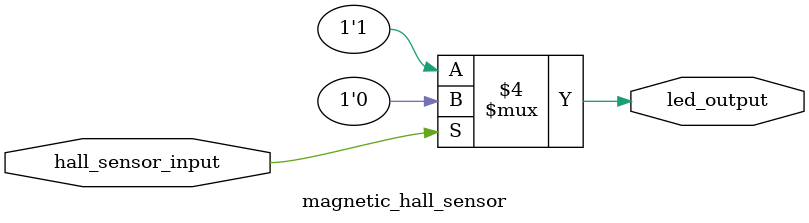
<source format=v>
`timescale 1ns / 1ps


module magnetic_hall_sensor(
    input wire hall_sensor_input,  // Hall sensor input
    output reg led_output          // LED output
);

// Combinational logic to toggle LED based on sensor input
always @(*) begin
    if (hall_sensor_input == 1'b0) begin
        led_output = 1'b1; // Turn on LED
    end else begin
        led_output = 1'b0; // Turn off LED
    end
end

endmodule




</source>
